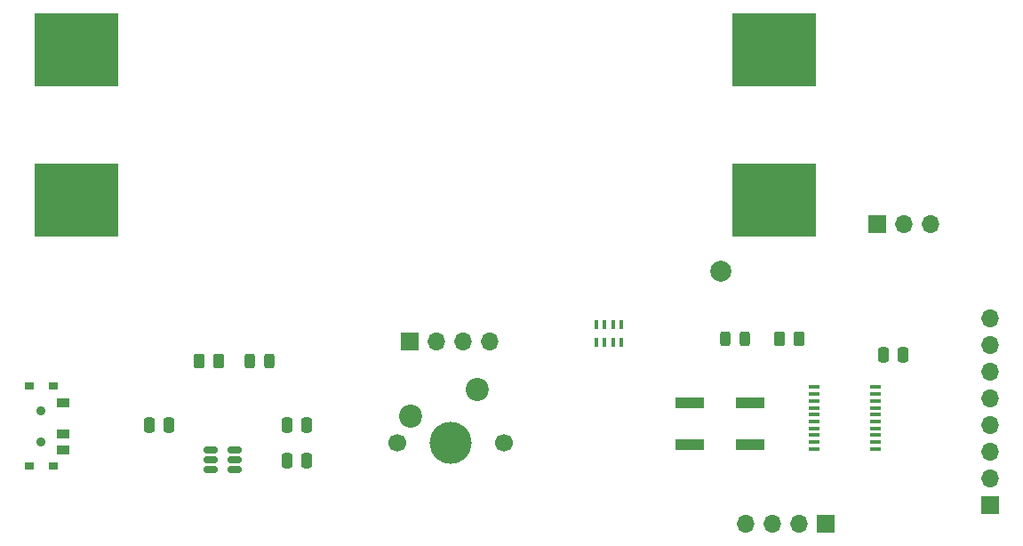
<source format=gbr>
%TF.GenerationSoftware,KiCad,Pcbnew,(6.0.11)*%
%TF.CreationDate,2023-02-12T12:57:39-06:00*%
%TF.ProjectId,DisplayMin,44697370-6c61-4794-9d69-6e2e6b696361,rev?*%
%TF.SameCoordinates,Original*%
%TF.FileFunction,Soldermask,Top*%
%TF.FilePolarity,Negative*%
%FSLAX46Y46*%
G04 Gerber Fmt 4.6, Leading zero omitted, Abs format (unit mm)*
G04 Created by KiCad (PCBNEW (6.0.11)) date 2023-02-12 12:57:39*
%MOMM*%
%LPD*%
G01*
G04 APERTURE LIST*
G04 Aperture macros list*
%AMRoundRect*
0 Rectangle with rounded corners*
0 $1 Rounding radius*
0 $2 $3 $4 $5 $6 $7 $8 $9 X,Y pos of 4 corners*
0 Add a 4 corners polygon primitive as box body*
4,1,4,$2,$3,$4,$5,$6,$7,$8,$9,$2,$3,0*
0 Add four circle primitives for the rounded corners*
1,1,$1+$1,$2,$3*
1,1,$1+$1,$4,$5*
1,1,$1+$1,$6,$7*
1,1,$1+$1,$8,$9*
0 Add four rect primitives between the rounded corners*
20,1,$1+$1,$2,$3,$4,$5,0*
20,1,$1+$1,$4,$5,$6,$7,0*
20,1,$1+$1,$6,$7,$8,$9,0*
20,1,$1+$1,$8,$9,$2,$3,0*%
G04 Aperture macros list end*
%ADD10R,0.400000X0.900000*%
%ADD11R,8.000000X7.000000*%
%ADD12C,2.000000*%
%ADD13R,1.000000X0.400000*%
%ADD14RoundRect,0.150000X-0.512500X-0.150000X0.512500X-0.150000X0.512500X0.150000X-0.512500X0.150000X0*%
%ADD15C,2.200000*%
%ADD16C,1.700000*%
%ADD17C,4.000000*%
%ADD18R,2.750000X1.000000*%
%ADD19R,0.900000X0.800000*%
%ADD20R,1.250000X0.900000*%
%ADD21C,0.900000*%
%ADD22RoundRect,0.250000X0.262500X0.450000X-0.262500X0.450000X-0.262500X-0.450000X0.262500X-0.450000X0*%
%ADD23RoundRect,0.250000X-0.262500X-0.450000X0.262500X-0.450000X0.262500X0.450000X-0.262500X0.450000X0*%
%ADD24O,1.700000X1.700000*%
%ADD25R,1.700000X1.700000*%
%ADD26RoundRect,0.243750X-0.243750X-0.456250X0.243750X-0.456250X0.243750X0.456250X-0.243750X0.456250X0*%
%ADD27RoundRect,0.243750X0.243750X0.456250X-0.243750X0.456250X-0.243750X-0.456250X0.243750X-0.456250X0*%
%ADD28RoundRect,0.250000X0.250000X0.475000X-0.250000X0.475000X-0.250000X-0.475000X0.250000X-0.475000X0*%
%ADD29RoundRect,0.250000X-0.250000X-0.475000X0.250000X-0.475000X0.250000X0.475000X-0.250000X0.475000X0*%
G04 APERTURE END LIST*
D10*
%TO.C,RN1*%
X149000000Y-100550000D03*
X149800000Y-100550000D03*
X150600000Y-100550000D03*
X151400000Y-100550000D03*
X151400000Y-102250000D03*
X150600000Y-102250000D03*
X149800000Y-102250000D03*
X149000000Y-102250000D03*
%TD*%
D11*
%TO.C,BT1*%
X165950000Y-88650000D03*
X165950000Y-74350000D03*
X99450000Y-74350000D03*
X99450000Y-88650000D03*
D12*
X160910000Y-95450000D03*
%TD*%
D13*
%TO.C,U2*%
X169800000Y-112350000D03*
X169800000Y-111700000D03*
X169800000Y-111050000D03*
X169800000Y-110400000D03*
X169800000Y-109750000D03*
X169800000Y-109100000D03*
X169800000Y-108450000D03*
X169800000Y-107800000D03*
X169800000Y-107150000D03*
X169800000Y-106500000D03*
X175600000Y-106500000D03*
X175600000Y-107150000D03*
X175600000Y-107800000D03*
X175600000Y-108450000D03*
X175600000Y-109100000D03*
X175600000Y-109750000D03*
X175600000Y-110400000D03*
X175600000Y-111050000D03*
X175600000Y-111700000D03*
X175600000Y-112350000D03*
%TD*%
D14*
%TO.C,U1*%
X114537500Y-112450000D03*
X114537500Y-113400000D03*
X114537500Y-114350000D03*
X112262500Y-114350000D03*
X112262500Y-113400000D03*
X112262500Y-112450000D03*
%TD*%
D15*
%TO.C,SW3*%
X131350000Y-109240000D03*
X137700000Y-106700000D03*
D16*
X140240000Y-111780000D03*
X130080000Y-111780000D03*
D17*
X135160000Y-111780000D03*
%TD*%
D18*
%TO.C,SW2*%
X163680000Y-108000000D03*
X157920000Y-108000000D03*
X163680000Y-112000000D03*
X157920000Y-112000000D03*
%TD*%
D19*
%TO.C,SW1*%
X97275000Y-106395000D03*
X94975000Y-106405000D03*
X94975000Y-114005000D03*
X97275000Y-114005000D03*
D20*
X98250000Y-107955000D03*
X98250000Y-110955000D03*
X98250000Y-112455000D03*
D21*
X96125000Y-111705000D03*
X96125000Y-108705000D03*
%TD*%
D22*
%TO.C,R2*%
X166487500Y-101900000D03*
X168312500Y-101900000D03*
%TD*%
D23*
%TO.C,R1*%
X113012500Y-104000000D03*
X111187500Y-104000000D03*
%TD*%
D24*
%TO.C,J4*%
X180855000Y-91000000D03*
X178315000Y-91000000D03*
D25*
X175775000Y-91000000D03*
%TD*%
D24*
%TO.C,J3*%
X163280000Y-119525000D03*
X165820000Y-119525000D03*
X168360000Y-119525000D03*
D25*
X170900000Y-119525000D03*
%TD*%
%TO.C,J2*%
X131200000Y-102100000D03*
D24*
X133740000Y-102100000D03*
X136280000Y-102100000D03*
X138820000Y-102100000D03*
%TD*%
%TO.C,J1*%
X186500000Y-99920000D03*
X186500000Y-102460000D03*
X186500000Y-105000000D03*
X186500000Y-107540000D03*
X186500000Y-110080000D03*
X186500000Y-112620000D03*
X186500000Y-115160000D03*
D25*
X186500000Y-117700000D03*
%TD*%
D26*
%TO.C,D2*%
X163137500Y-101900000D03*
X161262500Y-101900000D03*
%TD*%
D27*
%TO.C,D1*%
X117837500Y-104000000D03*
X115962500Y-104000000D03*
%TD*%
D28*
%TO.C,C4*%
X176350000Y-103425000D03*
X178250000Y-103425000D03*
%TD*%
D29*
%TO.C,C3*%
X108300000Y-110100000D03*
X106400000Y-110100000D03*
%TD*%
%TO.C,C2*%
X121450000Y-110100000D03*
X119550000Y-110100000D03*
%TD*%
D28*
%TO.C,C1*%
X119550000Y-113500000D03*
X121450000Y-113500000D03*
%TD*%
M02*

</source>
